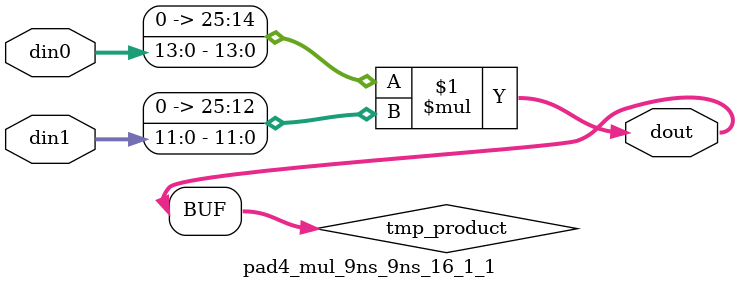
<source format=v>

`timescale 1 ns / 1 ps

 module pad4_mul_9ns_9ns_16_1_1(din0, din1, dout);
parameter ID = 1;
parameter NUM_STAGE = 0;
parameter din0_WIDTH = 14;
parameter din1_WIDTH = 12;
parameter dout_WIDTH = 26;

input [din0_WIDTH - 1 : 0] din0; 
input [din1_WIDTH - 1 : 0] din1; 
output [dout_WIDTH - 1 : 0] dout;

wire signed [dout_WIDTH - 1 : 0] tmp_product;
























assign tmp_product = $signed({1'b0, din0}) * $signed({1'b0, din1});











assign dout = tmp_product;





















endmodule

</source>
